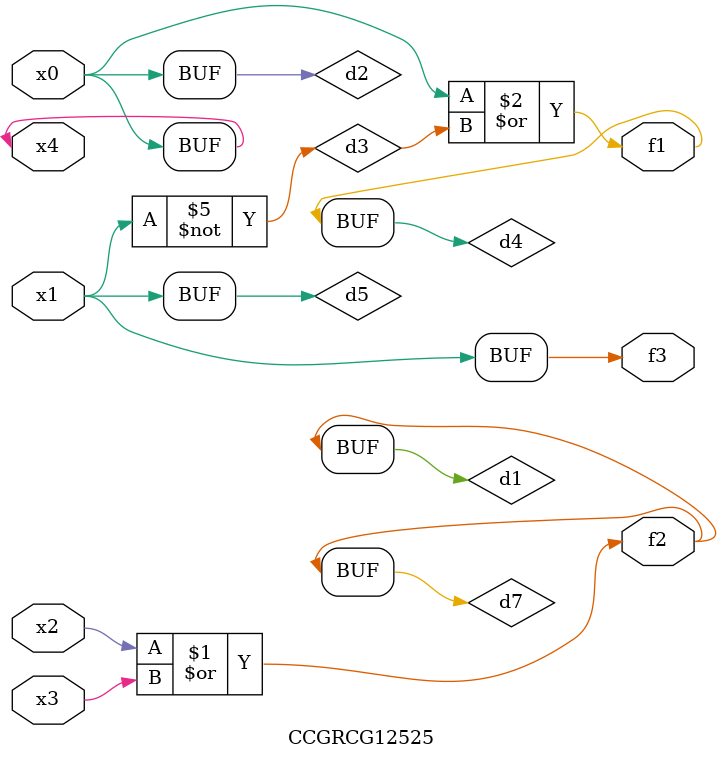
<source format=v>
module CCGRCG12525(
	input x0, x1, x2, x3, x4,
	output f1, f2, f3
);

	wire d1, d2, d3, d4, d5, d6, d7;

	or (d1, x2, x3);
	buf (d2, x0, x4);
	not (d3, x1);
	or (d4, d2, d3);
	not (d5, d3);
	nand (d6, d1, d3);
	or (d7, d1);
	assign f1 = d4;
	assign f2 = d7;
	assign f3 = d5;
endmodule

</source>
